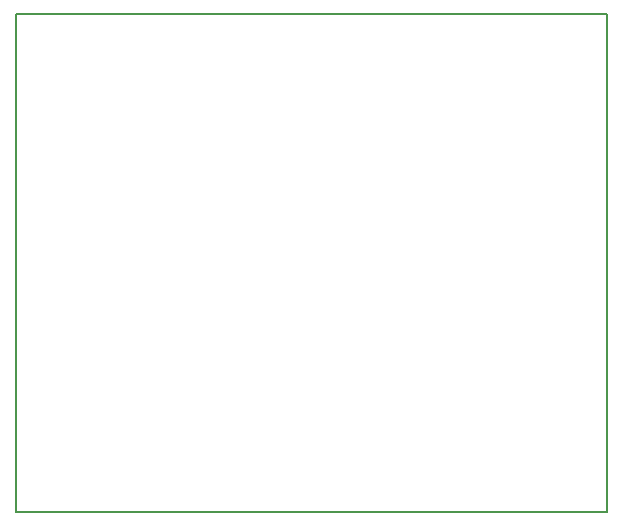
<source format=gbr>
G04 #@! TF.FileFunction,Profile,NP*
%FSLAX46Y46*%
G04 Gerber Fmt 4.6, Leading zero omitted, Abs format (unit mm)*
G04 Created by KiCad (PCBNEW 4.0.5) date 02/15/17 17:48:56*
%MOMM*%
%LPD*%
G01*
G04 APERTURE LIST*
%ADD10C,0.100000*%
%ADD11C,0.150000*%
G04 APERTURE END LIST*
D10*
D11*
X156210000Y-120142000D02*
X156210000Y-122047000D01*
X156210000Y-92964000D02*
X156210000Y-95250000D01*
X177038000Y-85852000D02*
X177546000Y-85852000D01*
X177546000Y-85852000D02*
X206248000Y-85852000D01*
X156210000Y-85852000D02*
X177038000Y-85852000D01*
X156210000Y-85852000D02*
X156210000Y-92964000D01*
X206248000Y-128016000D02*
X206248000Y-87630000D01*
X156210000Y-128016000D02*
X206248000Y-128016000D01*
X156210000Y-121920000D02*
X156210000Y-128016000D01*
X206248000Y-87630000D02*
X206248000Y-85852000D01*
X156210000Y-95250000D02*
X156210000Y-120142000D01*
M02*

</source>
